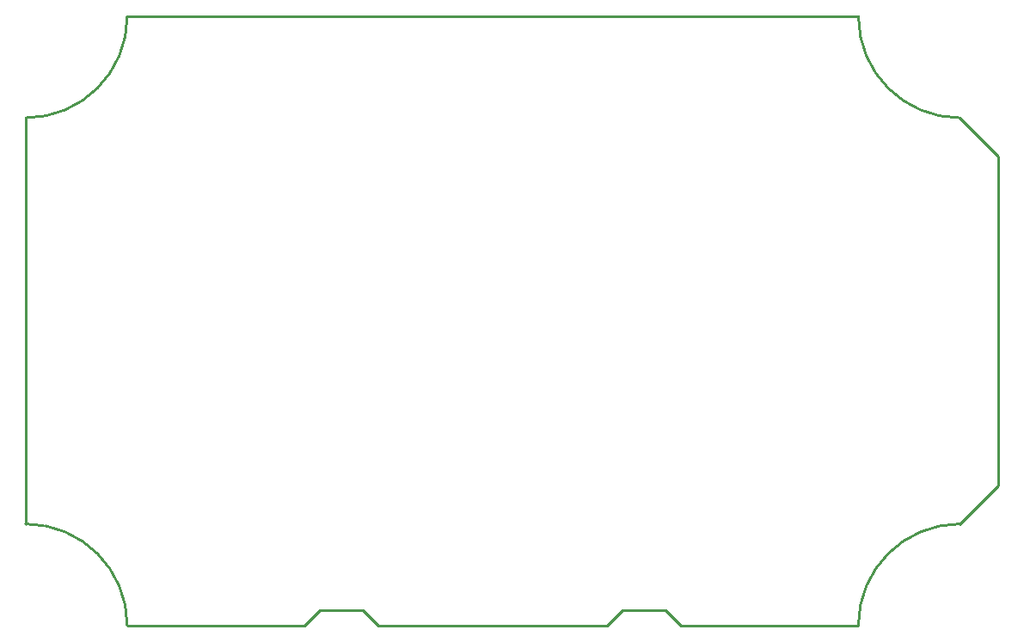
<source format=gm1>
G04 Layer_Color=16711935*
%FSLAX44Y44*%
%MOMM*%
G71*
G01*
G75*
%ADD67C,0.2540*%
D67*
X100000Y0D02*
G03*
X0Y100000I-100000J0D01*
G01*
Y500000D02*
G03*
X100000Y600000I0J100000D01*
G01*
X820000Y600000D02*
G03*
X920000Y500000I100000J0D01*
G01*
Y100000D02*
G03*
X820000Y0I0J-100000D01*
G01*
X645426D02*
X820000D01*
X347218D02*
X572782D01*
X587768Y14986D02*
X630440D01*
X645426Y0D01*
X572782D02*
X587768Y14986D01*
X332232D02*
X347218Y0D01*
X100000D02*
X274574D01*
X289560Y14986D01*
X920000Y500000D02*
X957834Y462166D01*
X920000Y100000D02*
X957834Y137834D01*
Y462166D01*
X100000Y600000D02*
X820000D01*
X289560Y14986D02*
X332232D01*
X0Y100000D02*
Y500000D01*
M02*

</source>
